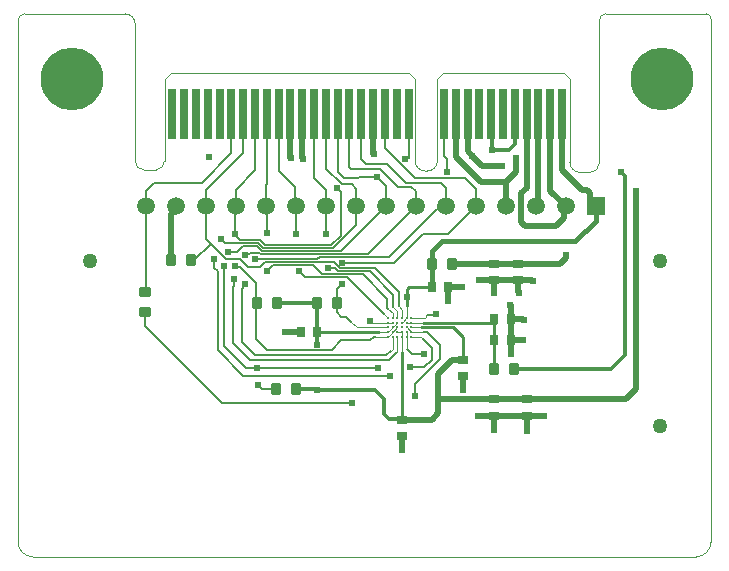
<source format=gtl>
G04*
G04 #@! TF.GenerationSoftware,Altium Limited,Altium Designer,22.9.1 (49)*
G04*
G04 Layer_Physical_Order=1*
G04 Layer_Color=255*
%FSLAX25Y25*%
%MOIN*%
G70*
G04*
G04 #@! TF.SameCoordinates,75BF9A83-B890-44CC-8EB5-75566BACED9D*
G04*
G04*
G04 #@! TF.FilePolarity,Positive*
G04*
G01*
G75*
%ADD11C,0.01000*%
%ADD12C,0.00394*%
%ADD14C,0.01200*%
%ADD15C,0.00397*%
G04:AMPARAMS|DCode=16|XSize=39.37mil|YSize=35.43mil|CornerRadius=4.43mil|HoleSize=0mil|Usage=FLASHONLY|Rotation=90.000|XOffset=0mil|YOffset=0mil|HoleType=Round|Shape=RoundedRectangle|*
%AMROUNDEDRECTD16*
21,1,0.03937,0.02657,0,0,90.0*
21,1,0.03051,0.03543,0,0,90.0*
1,1,0.00886,0.01329,0.01526*
1,1,0.00886,0.01329,-0.01526*
1,1,0.00886,-0.01329,-0.01526*
1,1,0.00886,-0.01329,0.01526*
%
%ADD16ROUNDEDRECTD16*%
%ADD17R,0.02953X0.03740*%
%ADD18C,0.00945*%
%ADD19R,0.03740X0.02953*%
G04:AMPARAMS|DCode=20|XSize=39.37mil|YSize=35.43mil|CornerRadius=4.43mil|HoleSize=0mil|Usage=FLASHONLY|Rotation=180.000|XOffset=0mil|YOffset=0mil|HoleType=Round|Shape=RoundedRectangle|*
%AMROUNDEDRECTD20*
21,1,0.03937,0.02657,0,0,180.0*
21,1,0.03051,0.03543,0,0,180.0*
1,1,0.00886,-0.01526,0.01329*
1,1,0.00886,0.01526,0.01329*
1,1,0.00886,0.01526,-0.01329*
1,1,0.00886,-0.01526,-0.01329*
%
%ADD20ROUNDEDRECTD20*%
%ADD34C,0.05000*%
%ADD35R,0.02756X0.16535*%
%ADD36R,0.02756X0.16535*%
%ADD37C,0.02000*%
%ADD38C,0.00600*%
%ADD39C,0.01800*%
%ADD40C,0.00400*%
%ADD41C,0.00800*%
%ADD42R,0.05906X0.05906*%
%ADD43C,0.05906*%
%ADD44C,0.20866*%
%ADD45C,0.01400*%
%ADD46C,0.02400*%
D11*
X100700Y225453D02*
X101443Y226196D01*
X138854Y248900D02*
X139000Y249046D01*
X138744Y241100D02*
X138799Y241155D01*
Y248845D02*
X138854Y248900D01*
X159588Y229371D02*
Y230453D01*
Y223453D02*
Y229371D01*
Y214000D02*
Y223453D01*
Y229371D02*
X160106D01*
X135944D02*
X159588D01*
X159505Y223371D02*
X159588Y223453D01*
X131100Y241100D02*
X138744D01*
X130482Y240481D02*
X131100Y241100D01*
X130482Y237754D02*
Y240481D01*
X128907Y197003D02*
X128944Y196965D01*
X149144Y216910D02*
Y224654D01*
X146002Y227796D02*
X149144Y224654D01*
X101443Y226196D02*
X121319D01*
X135319Y227796D02*
X146002D01*
X130482Y234767D02*
Y237754D01*
X128907Y197003D02*
Y219684D01*
D12*
X39933Y328964D02*
G03*
X36614Y332283I-3319J0D01*
G01*
X3150Y332283D02*
G03*
X886Y330020I0J-2264D01*
G01*
X231886Y327354D02*
G03*
X231890Y327358I0J4D01*
G01*
Y330709D02*
G03*
X230315Y332283I-1575J0D01*
G01*
X196850D02*
G03*
X194658Y330091I0J-2193D01*
G01*
X3150Y332283D02*
X36614D01*
X39933Y290010D02*
Y328964D01*
X886Y325854D02*
Y330020D01*
X196850Y332283D02*
X230315D01*
X194658Y282453D02*
Y330091D01*
X184815Y282902D02*
Y290144D01*
X39933Y283208D02*
Y290010D01*
X49776Y283240D02*
Y290010D01*
X142689Y312634D02*
X182846D01*
X184815Y290144D02*
Y310665D01*
X49776Y290010D02*
Y310665D01*
X51744Y312634D01*
X131272D02*
X133240Y310665D01*
X140720D02*
X142689Y312634D01*
X182846D02*
X184815Y310665D01*
X51744Y312634D02*
X131272D01*
X133240Y283303D02*
Y310665D01*
X140720Y283303D02*
Y310665D01*
D14*
X164500Y287000D02*
X166508Y289008D01*
X158900Y287000D02*
X164500D01*
X166508Y289008D02*
Y298854D01*
X158767Y287133D02*
Y298721D01*
X158634Y298854D02*
X158767Y298721D01*
Y287133D02*
X158900Y287000D01*
X201800Y279400D02*
X203100Y278100D01*
Y218700D02*
Y278100D01*
X198400Y214000D02*
X203100Y218700D01*
X166347Y214000D02*
X198400D01*
X93593Y207100D02*
X93616Y207077D01*
X100521D01*
X100544Y207053D01*
X87147Y236000D02*
X100554D01*
X100577Y226177D02*
Y235977D01*
X100554Y236000D02*
X100577Y235977D01*
Y226177D02*
X100600Y226153D01*
X100544Y222654D02*
X100600Y222709D01*
X100544Y222054D02*
Y222654D01*
X100600Y222709D02*
Y226153D01*
X89944Y226354D02*
X90144Y226153D01*
X100544Y207053D02*
X119844D01*
X122844Y204053D01*
Y198953D02*
Y204053D01*
Y198953D02*
X124644Y197153D01*
X128756D02*
X128907Y197003D01*
X124644Y197153D02*
X128756D01*
D15*
X191605Y279400D02*
G03*
X194658Y282453I0J3053D01*
G01*
X184815Y282902D02*
G03*
X188317Y279400I3501J0D01*
G01*
X137317Y279900D02*
G03*
X140720Y283303I0J3403D01*
G01*
X133240D02*
G03*
X136643Y279900I3403J0D01*
G01*
X46835Y280300D02*
G03*
X49776Y283240I0J2940D01*
G01*
X39933Y283208D02*
G03*
X42841Y280300I2908J0D01*
G01*
X886Y156300D02*
G03*
X5886Y151300I5000J0D01*
G01*
X226890D02*
G03*
X231890Y156300I0J5000D01*
G01*
X42841Y280300D02*
X46835D01*
X188317Y279400D02*
X191605D01*
X136643Y279900D02*
X137317D01*
X886Y156300D02*
Y325854D01*
X5886Y151300D02*
X89300D01*
X226890D01*
X231886Y330709D02*
X231886Y156296D01*
D16*
X51753Y250300D02*
D03*
X58447D02*
D03*
X159653Y214000D02*
D03*
X166347D02*
D03*
X93593Y207100D02*
D03*
X86900D02*
D03*
X145546Y248900D02*
D03*
X138854D02*
D03*
X87147Y236000D02*
D03*
X80453D02*
D03*
X100554D02*
D03*
X107246D02*
D03*
D17*
X165100Y223453D02*
D03*
X159588D02*
D03*
X165100Y230453D02*
D03*
X159588D02*
D03*
X100600Y226153D02*
D03*
X95088D02*
D03*
X138744Y241100D02*
D03*
X144256D02*
D03*
D18*
X132056Y230946D02*
D03*
Y229371D02*
D03*
Y227796D02*
D03*
Y226221D02*
D03*
Y224646D02*
D03*
X130482Y230946D02*
D03*
Y229371D02*
D03*
Y227796D02*
D03*
Y226221D02*
D03*
Y224646D02*
D03*
X128907Y230946D02*
D03*
Y229371D02*
D03*
Y227796D02*
D03*
Y226221D02*
D03*
Y224646D02*
D03*
X127332Y230946D02*
D03*
Y229371D02*
D03*
Y227796D02*
D03*
Y226221D02*
D03*
Y224646D02*
D03*
X125757Y230946D02*
D03*
Y229371D02*
D03*
Y227796D02*
D03*
Y226221D02*
D03*
Y224646D02*
D03*
X124182Y230946D02*
D03*
Y229371D02*
D03*
Y227796D02*
D03*
Y226221D02*
D03*
Y224646D02*
D03*
D19*
X170444Y203809D02*
D03*
Y198298D02*
D03*
X159444Y203809D02*
D03*
Y198298D02*
D03*
X128944Y196965D02*
D03*
Y191454D02*
D03*
X159544Y249009D02*
D03*
Y243498D02*
D03*
X167544Y248965D02*
D03*
Y243454D02*
D03*
X149144Y216910D02*
D03*
Y211398D02*
D03*
D20*
X43300Y232954D02*
D03*
Y239647D02*
D03*
D34*
X215000Y250000D02*
D03*
X25000D02*
D03*
X215000Y195000D02*
D03*
D35*
X131075Y298854D02*
D03*
X119264D02*
D03*
X115327D02*
D03*
X123201D02*
D03*
X107453D02*
D03*
X127138D02*
D03*
X142886D02*
D03*
X146823D02*
D03*
X158634D02*
D03*
X166508D02*
D03*
X170445D02*
D03*
X154697D02*
D03*
X174382D02*
D03*
X162571D02*
D03*
X150760D02*
D03*
X178319D02*
D03*
X182256D02*
D03*
X52335D02*
D03*
X95642D02*
D03*
X99579D02*
D03*
X103516D02*
D03*
X87768D02*
D03*
X60209D02*
D03*
X68083D02*
D03*
X75957D02*
D03*
X83831D02*
D03*
X64146D02*
D03*
X91705D02*
D03*
X79894D02*
D03*
X72020D02*
D03*
D36*
X111390D02*
D03*
X56272D02*
D03*
D37*
X52000Y250447D02*
Y265643D01*
X53500Y267143D02*
Y268200D01*
X52000Y265643D02*
X53500Y267143D01*
X91705Y284295D02*
X91900Y284100D01*
X91705Y284295D02*
Y298854D01*
X95642Y284266D02*
X95800Y284108D01*
X95642Y284266D02*
Y298854D01*
X95800Y284000D02*
Y284108D01*
X155700Y281500D02*
X162300D01*
X152300Y284900D02*
X155700Y281500D01*
X163500Y276200D02*
X166900Y279600D01*
Y284300D01*
X163500Y268200D02*
Y276200D01*
X155100D02*
X163500D01*
X146823Y284477D02*
X155100Y276200D01*
X170445Y274345D02*
Y298854D01*
X174209Y271909D02*
X174382Y272082D01*
Y298854D01*
X173500Y268200D02*
X174209Y268909D01*
Y271909D01*
X182753Y264253D02*
Y267453D01*
X183500Y268200D01*
X180100Y261600D02*
X182753Y264253D01*
X169772Y261600D02*
X180100D01*
X168600Y262772D02*
X169772Y261600D01*
X168600Y262772D02*
Y272500D01*
X170445Y274345D01*
X119264Y285644D02*
X119400Y285508D01*
X119264Y285644D02*
Y298854D01*
X119400Y285400D02*
Y285508D01*
X150760Y286440D02*
X152300Y284900D01*
X150760Y286440D02*
Y298854D01*
X146823Y284477D02*
Y298854D01*
X170444Y203809D02*
X203609D01*
X207000Y207200D01*
Y273100D01*
X165150Y223503D02*
X169294D01*
X169344Y223553D01*
X159444Y203809D02*
X170444D01*
X141654D02*
X159444D01*
X141044Y203200D02*
Y212353D01*
Y199153D02*
Y203200D01*
X141654Y203809D01*
X144256Y236544D02*
Y241100D01*
X148800D02*
X148900Y241200D01*
X144256Y241100D02*
X148800D01*
X145546Y248900D02*
X181600D01*
X183700Y251000D02*
Y251800D01*
X181600Y248900D02*
X183700Y251000D01*
X145546Y248900D02*
X145647Y249000D01*
X165244Y218953D02*
Y219062D01*
X165100Y219206D02*
X165244Y219062D01*
X165100Y219206D02*
Y223453D01*
X165150Y223503D01*
X165100Y223453D02*
Y230453D01*
X165150Y230403D02*
X169394D01*
X165100Y230453D02*
X165150Y230403D01*
X169394D02*
X169444Y230353D01*
X165072Y230482D02*
X165100Y230453D01*
X165072Y230482D02*
Y235126D01*
X165044Y235154D02*
X165072Y235126D01*
X159544Y243498D02*
X159594Y243448D01*
Y239204D02*
X159644Y239154D01*
X159594Y239204D02*
Y243448D01*
X167544Y239462D02*
Y243454D01*
X167744Y239154D02*
Y239262D01*
X167544Y239462D02*
X167744Y239262D01*
X172536Y243354D02*
X172644D01*
X172392Y243498D02*
X172536Y243354D01*
X154466Y243476D02*
X159522D01*
X159544Y243498D01*
X154444Y243454D02*
X154466Y243476D01*
X159544Y243498D02*
X172392D01*
X191580Y270120D02*
Y272428D01*
X188900Y273600D02*
X190409D01*
X191580Y272428D01*
Y270120D02*
X193500Y268200D01*
X182256Y280244D02*
X188900Y273600D01*
X178319Y273381D02*
X183500Y268200D01*
X178319Y273381D02*
Y298854D01*
X182256Y280244D02*
Y298854D01*
X128894Y191403D02*
X128944Y191454D01*
X128844Y186953D02*
X128894Y187004D01*
Y191403D01*
X149144Y206954D02*
Y211398D01*
X128944Y196965D02*
X138856D01*
X90252Y226153D02*
X95088D01*
X89944Y226354D02*
X90052D01*
X90252Y226153D01*
X149122Y216887D02*
X149144Y216910D01*
X145578Y216887D02*
X149122D01*
X141044Y212353D02*
X145578Y216887D01*
X138856Y196965D02*
X141044Y199153D01*
X170444Y193154D02*
Y198298D01*
X154344Y198254D02*
X154366Y198276D01*
X159422D01*
X159444Y198298D01*
Y193454D02*
Y198298D01*
X175892D02*
X176036Y198153D01*
X170444Y198298D02*
X175892D01*
X176036Y198153D02*
X176144D01*
X159444Y198298D02*
X170444D01*
D38*
X76746Y214154D02*
X120944D01*
X80900Y208400D02*
X82200Y207100D01*
X86900D01*
X76047Y211554D02*
X124744D01*
X67400Y220200D02*
X76047Y211554D01*
X67400Y220200D02*
Y246600D01*
X69400Y221500D02*
X76746Y214154D01*
X69400Y221500D02*
Y248100D01*
X72600Y222500D02*
Y241400D01*
X78200Y216900D02*
X124691D01*
X72600Y222500D02*
X78200Y216900D01*
X75400Y222998D02*
X79998Y218400D01*
X123591D01*
X75400Y222998D02*
Y240630D01*
X43300Y228300D02*
Y232954D01*
X68946Y202654D02*
X112244D01*
X43300Y228300D02*
X68946Y202654D01*
X123900Y282300D02*
X130200Y276000D01*
X115327Y283973D02*
X117000Y282300D01*
X123900D01*
X115327Y283973D02*
Y298854D01*
X109500Y277600D02*
X114384D01*
X114784Y278000D01*
X120500D02*
X123500Y275000D01*
X114784Y278000D02*
X120500D01*
X123500Y268200D02*
Y275000D01*
X107453Y279647D02*
X109500Y277600D01*
X130200Y276000D02*
X141800D01*
X127500Y274600D02*
X132000D01*
X121600Y280500D02*
X127500Y274600D01*
X112000Y280500D02*
X121600D01*
X111390Y281110D02*
X112000Y280500D01*
X130040Y283800D02*
X130500D01*
X131075Y284375D01*
Y298854D01*
X73301Y258699D02*
Y258900D01*
X142886Y284914D02*
X143900Y283900D01*
X142886Y284914D02*
Y298854D01*
X143900Y279700D02*
Y283900D01*
X108787Y275400D02*
X112200D01*
X103516Y280671D02*
Y298854D01*
X111390Y281110D02*
Y298854D01*
X103516Y280671D02*
X108787Y275400D01*
X112200D02*
X113600Y274000D01*
X107200Y274300D02*
X108500Y273000D01*
Y258314D02*
Y273000D01*
X101476Y251200D02*
X124600D01*
X80000Y250400D02*
X100676D01*
X76727Y252061D02*
X77018Y252352D01*
X86000Y248400D02*
X99200D01*
X102200Y245400D01*
X107453Y279647D02*
Y298854D01*
X83300Y255200D02*
X105386D01*
X73944Y252844D02*
X76000Y254900D01*
X106113Y249400D02*
X108113Y247400D01*
X78413Y252700D02*
X81385D01*
X80599Y254900D02*
X82299Y253200D01*
X84000Y246400D02*
X86000Y248400D01*
X100676Y250400D02*
X101476Y251200D01*
X82299Y253200D02*
X108500D01*
X71156Y252844D02*
X73944D01*
X94500Y246500D02*
X96600Y244400D01*
X81385Y252700D02*
X81885Y252200D01*
X83100Y249400D02*
X106113D01*
X76000Y254900D02*
X80599D01*
X74999Y257001D02*
X81499D01*
X105386Y255200D02*
X108500Y258314D01*
X108900Y249300D02*
X126100D01*
X104300Y247500D02*
X106599D01*
X81500Y247800D02*
X83100Y249400D01*
X81885Y252200D02*
X117500D01*
X78066Y252352D02*
X78413Y252700D01*
X81499Y257001D02*
X83300Y255200D01*
X77018Y252352D02*
X78066D01*
X73301Y258699D02*
X74999Y257001D01*
X80912Y256001D02*
X82713Y254200D01*
X69752Y256001D02*
X80912D01*
X68500Y257100D02*
X68652D01*
X82713Y254200D02*
X105800D01*
X68652Y257100D02*
X69752Y256001D01*
X73100Y258900D02*
X73301D01*
X103450Y259050D02*
Y268150D01*
X103500Y268200D01*
X103400Y259000D02*
X103450Y259050D01*
X103400Y268300D02*
X103500Y268200D01*
X93300Y268400D02*
X93550Y268150D01*
Y259050D02*
X93600Y259000D01*
X93550Y259050D02*
Y268150D01*
X83750Y259350D02*
Y267950D01*
Y259350D02*
X84000Y259100D01*
X83500Y268200D02*
X83750Y267950D01*
X73100Y258900D02*
X73300Y259100D01*
Y268000D02*
X73500Y268200D01*
X73300Y259100D02*
Y268000D01*
X141800Y276000D02*
X143500Y274300D01*
X132000Y274600D02*
X133500Y273100D01*
X80353Y223847D02*
Y242647D01*
X108500Y253200D02*
X123500Y268200D01*
X105800Y254200D02*
X113500Y261900D01*
Y268200D02*
X113600Y268300D01*
X113500Y261900D02*
Y268200D01*
X124600Y251200D02*
X140585Y267185D01*
X117500Y252200D02*
X133500Y268200D01*
X64750Y255950D02*
X70100Y250600D01*
X63500Y257200D02*
X64750Y255950D01*
Y255200D02*
Y255950D01*
X60046Y250300D02*
Y250497D01*
X64750Y255200D01*
X142485Y267185D02*
X143500Y268200D01*
X140585Y267185D02*
X142485D01*
X126100Y249300D02*
X135800Y259000D01*
X144300D01*
X133500Y268200D02*
Y273100D01*
X107699Y246400D02*
X118298D01*
X115798Y245400D02*
X124044Y237154D01*
X119998Y247400D02*
X127744Y239653D01*
X118298Y246400D02*
X126044Y238653D01*
X106599Y247500D02*
X107699Y246400D01*
X108113Y247400D02*
X119998D01*
X102200Y245400D02*
X115798D01*
X127744Y234753D02*
Y239653D01*
X126044Y234554D02*
Y238653D01*
X144300Y259000D02*
X153500Y268200D01*
X110728Y244400D02*
X122874Y232254D01*
X96600Y244400D02*
X110728D01*
X75044Y247956D02*
X80353Y242647D01*
X73644Y247956D02*
X75044D01*
X70100Y250600D02*
X74900D01*
X77700Y247800D01*
X81500D01*
X71000Y253000D02*
X71156Y252844D01*
X63500Y257200D02*
Y268200D01*
X72900Y241700D02*
Y243700D01*
X73000Y243800D01*
X72600Y241400D02*
X72900Y241700D01*
X76700Y241930D02*
Y242300D01*
X75400Y240630D02*
X76700Y241930D01*
X73300Y248300D02*
X73644Y247956D01*
X66300Y247700D02*
X67400Y246600D01*
X66300Y247700D02*
Y250500D01*
X124044Y234254D02*
Y237154D01*
X140244Y232053D02*
X140344Y232154D01*
X123591Y218400D02*
X125244Y220054D01*
X80353Y223847D02*
X84047Y220153D01*
X105400D01*
X108700Y223453D01*
X124691Y216900D02*
X127332Y219541D01*
X107246Y240647D02*
X108800Y242200D01*
X107246Y236000D02*
Y240647D01*
Y232753D02*
Y236000D01*
Y232753D02*
X108647Y231353D01*
X110244D01*
X112044Y229554D01*
X108700Y223453D02*
X118344D01*
X143500Y268200D02*
Y274300D01*
X149800Y277600D02*
X153500Y273900D01*
Y268200D02*
Y273900D01*
X123201Y287699D02*
X133300Y277600D01*
X149800D01*
X113600Y268300D02*
Y274000D01*
X103400Y268300D02*
Y273600D01*
X99579Y277421D02*
Y298854D01*
Y277421D02*
X103400Y273600D01*
X83500Y268200D02*
Y275400D01*
X83831Y275731D01*
X87768Y280032D02*
X93300Y274500D01*
Y268400D02*
Y274500D01*
X87768Y280032D02*
Y298854D01*
X63600Y273500D02*
X75957Y285857D01*
Y298854D01*
X62100Y275900D02*
X72020Y285820D01*
Y298854D01*
X46100Y275900D02*
X62100D01*
X63600Y268300D02*
Y273500D01*
X63500Y268200D02*
X63600Y268300D01*
X43500Y273300D02*
X46100Y275900D01*
X43500Y268200D02*
Y273300D01*
Y240454D02*
Y268200D01*
X73500D02*
Y273700D01*
X43500Y240454D02*
X44054Y239900D01*
X73500Y273700D02*
X79894Y280094D01*
X123201Y287699D02*
Y298854D01*
X83831Y275731D02*
Y298854D01*
X79894Y280094D02*
Y298854D01*
X124044Y234254D02*
X124344Y233953D01*
X119537Y224646D02*
X120144D01*
X118344Y223453D02*
X119537Y224646D01*
X137544Y232053D02*
X140244D01*
X137246Y231755D02*
X137544Y232053D01*
X135994Y226221D02*
X137076D01*
X141544Y221754D01*
X131644Y214454D02*
X136244D01*
X135744Y224054D02*
X138844Y220953D01*
X136244Y214454D02*
X138844Y217054D01*
X141544Y217154D02*
Y221754D01*
X133144Y208753D02*
X141544Y217154D01*
X138844Y217054D02*
Y220953D01*
X133144Y204954D02*
Y208753D01*
D39*
X186600Y256400D02*
X193500Y263300D01*
Y268200D01*
X142200Y256400D02*
X186600D01*
X139000Y253200D02*
X142200Y256400D01*
X139000Y249046D02*
Y253200D01*
X138799Y241155D02*
Y248845D01*
D40*
X122874Y232254D02*
X122874D01*
X121319Y226196D02*
X124157D01*
X125757Y227796D02*
X127332Y229371D01*
X125757Y226221D02*
X127332Y227796D01*
X124182Y224646D02*
X125757Y226221D01*
X120144Y224646D02*
X124182D01*
X130482Y227796D02*
X130482D01*
X130482Y230946D02*
Y234767D01*
X127332Y226221D02*
X128907D01*
Y229371D02*
X130619Y231083D01*
X130482Y227796D02*
X132056Y226221D01*
X135994D01*
X124182Y229371D02*
X125757D01*
X127332Y230946D02*
Y233266D01*
X126044Y234554D02*
X127332Y233266D01*
X128907Y230946D02*
Y233591D01*
X127744Y234753D02*
X128907Y233591D01*
X135151Y224646D02*
X135744Y224054D01*
X132056Y224646D02*
X135151D01*
X125757Y220567D02*
Y224646D01*
X125244Y220054D02*
X125757Y220567D01*
X122874Y232254D02*
X124182Y230946D01*
X125757D02*
Y232540D01*
X124344Y233953D02*
X125757Y232540D01*
X118527Y229371D02*
X124182D01*
X118144Y229753D02*
Y230053D01*
Y229753D02*
X118527Y229371D01*
X113802Y227796D02*
X124182D01*
X112044Y229554D02*
X113802Y227796D01*
X127332Y219541D02*
Y224646D01*
X128907Y219684D02*
Y224646D01*
Y226221D01*
X130482Y229371D02*
X132056D01*
X124157Y226196D02*
X125757Y227796D01*
X130482Y224646D02*
Y226221D01*
Y220516D02*
Y224646D01*
X132056Y227796D02*
X135319D01*
X132056Y229371D02*
X135944D01*
X132056Y230946D02*
X136436D01*
X137246Y231755D01*
D41*
X130482Y220516D02*
X132244Y218754D01*
X136144D01*
D42*
X193500Y268200D02*
D03*
D43*
X183500D02*
D03*
X173500D02*
D03*
X163500D02*
D03*
X153500D02*
D03*
X143500D02*
D03*
X133500D02*
D03*
X123500D02*
D03*
X113500D02*
D03*
X103500D02*
D03*
X93500D02*
D03*
X83500D02*
D03*
X73500D02*
D03*
X63500D02*
D03*
X53500D02*
D03*
X43500D02*
D03*
D44*
X215721Y310665D02*
D03*
X18870D02*
D03*
D45*
X215721Y302445D02*
D03*
X209908Y304852D02*
D03*
X207500Y310665D02*
D03*
X209908Y316478D02*
D03*
X215721Y318886D02*
D03*
D03*
X221533Y316478D02*
D03*
X223941Y310665D02*
D03*
X221533Y304852D02*
D03*
X18870Y302445D02*
D03*
X13057Y304852D02*
D03*
X10649Y310665D02*
D03*
X13057Y316478D02*
D03*
X18870Y318886D02*
D03*
D03*
X24683Y316478D02*
D03*
X27091Y310665D02*
D03*
X24683Y304852D02*
D03*
D46*
X91900Y284100D02*
D03*
X162300Y281500D02*
D03*
X166900Y284300D02*
D03*
X158900Y287000D02*
D03*
X201800Y279400D02*
D03*
X80700Y214200D02*
D03*
X80900Y208400D02*
D03*
X170400Y282900D02*
D03*
X174300Y282800D02*
D03*
X119400Y285400D02*
D03*
X95800Y284000D02*
D03*
X64500Y284700D02*
D03*
X120500Y278000D02*
D03*
X130040Y283800D02*
D03*
X143900Y279700D02*
D03*
X107200Y274300D02*
D03*
X104300Y247500D02*
D03*
X80000Y250400D02*
D03*
X94500Y246500D02*
D03*
X108900Y249300D02*
D03*
X103400Y259000D02*
D03*
X93600D02*
D03*
X84000Y259100D02*
D03*
X73100Y258900D02*
D03*
X152300Y284900D02*
D03*
X207000Y273100D02*
D03*
X169344Y223553D02*
D03*
X144256Y236544D02*
D03*
X148900Y241200D02*
D03*
X183700Y251800D02*
D03*
X84000Y246400D02*
D03*
X76727Y252061D02*
D03*
X71000Y253000D02*
D03*
X68500Y257100D02*
D03*
X73000Y243800D02*
D03*
X76700Y242300D02*
D03*
X73300Y248300D02*
D03*
X69400Y248100D02*
D03*
X66300Y250500D02*
D03*
X124744Y211554D02*
D03*
X140344Y232154D02*
D03*
X169444Y230353D02*
D03*
X165244Y218953D02*
D03*
X165044Y235154D02*
D03*
X159644Y239154D02*
D03*
X100544Y222054D02*
D03*
X108800Y242200D02*
D03*
X118144Y230053D02*
D03*
X120944Y214154D02*
D03*
X128844Y186953D02*
D03*
X149144Y206954D02*
D03*
X167744Y239154D02*
D03*
X172644Y243354D02*
D03*
X154444Y243454D02*
D03*
X89944Y226354D02*
D03*
X100544Y207053D02*
D03*
X112244Y202654D02*
D03*
X130482Y237754D02*
D03*
X131644Y214454D02*
D03*
X136144Y218754D02*
D03*
X170444Y193154D02*
D03*
X154344Y198254D02*
D03*
X159444Y193454D02*
D03*
X176144Y198153D02*
D03*
X133144Y204954D02*
D03*
M02*

</source>
